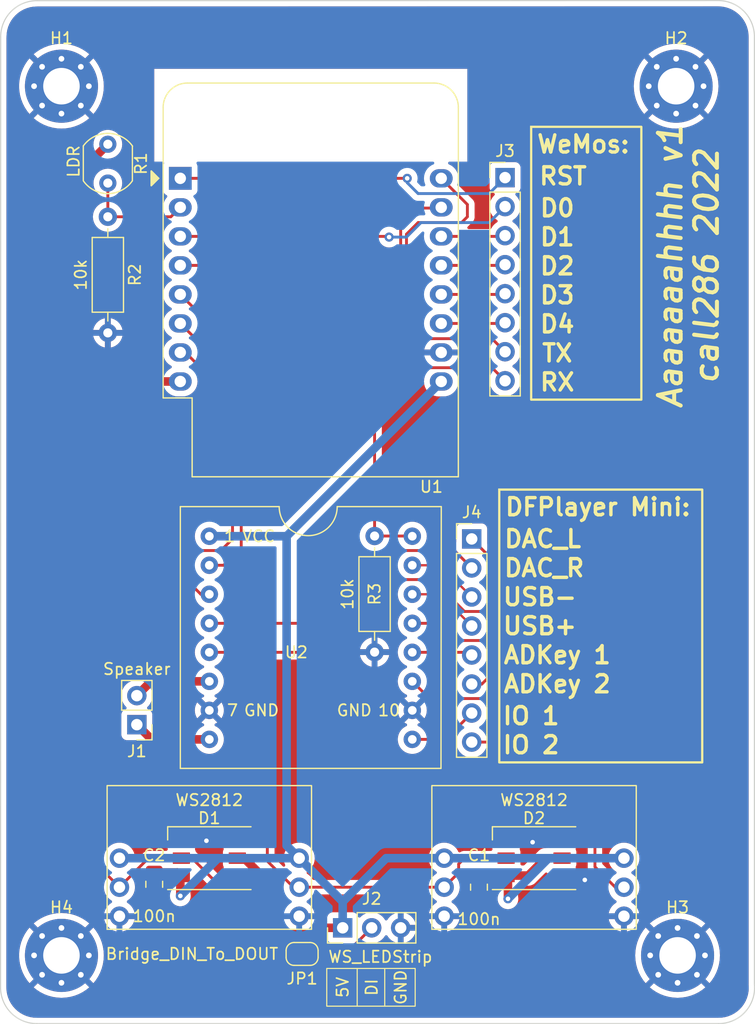
<source format=kicad_pcb>
(kicad_pcb (version 20211014) (generator pcbnew)
  (layers (0 "F.Cu" signal) (31 "B.Cu" signal) (34 "B.Paste" user) (35 "F.Paste" user) (36 "B.SilkS" user "B.Silkscreen") (37 "F.SilkS" user "F.Silkscreen") (38 "B.Mask" user) (39 "F.Mask" user) (44 "Edge.Cuts" user))
  (net 0 "")
  (net 1 "WS_DOut")
  (net 2 "WS_DIn")
  (net 3 "+5V")
  (net 5 "GND")
  (net 6 "unconnected-(D2-Pad1)")
  (net 8 "DF_SPK2")
  (net 9 "DF_SPK1")
  (net 10 "+3V3")
  (net 11 "A0")
  (net 12 "DF_Busy")
  (net 13 "RST")
  (net 14 "D0")
  (net 15 "DF_RX")
  (net 16 "DF_TX")
  (net 17 "D1")
  (net 18 "D2")
  (net 19 "D3")
  (net 20 "D4")
  (net 21 "TX")
  (net 22 "RX")
  (net 23 "DF_DAC_L")
  (net 24 "DF_DAC_R")
  (net 25 "DF_USB-")
  (net 26 "DF_USB+")
  (net 27 "DF_ADKEY2")
  (net 28 "DF_ADKEY1")
  (net 29 "DF_IO2")
  (net 30 "DF_IO1")
  (net 31 "WS_DInOut")
  (footprint "DCDModules:DFPlayer" (layer "F.Cu") (at 129.54 124.4779)
    (fp_text reference "U2" (at 0 10.16) (layer "F.SilkS"))
    (fp_text value "DFPlayerMini")
    (fp_text user "VCC" (at -3.302 0 unlocked) (layer "F.SilkS"))
    (fp_text user "GND" (at 5.08 15.24 unlocked) (layer "F.SilkS"))
    (fp_text user "1" (at -5.842 0 unlocked) (layer "F.SilkS"))
    (fp_text user "GND" (at -3.048 15.24 unlocked) (layer "F.SilkS"))
    (fp_text user "10" (at 8.128 15.24 unlocked) (layer "F.SilkS"))
    (fp_text user "7" (at -5.588 15.24 unlocked) (layer "F.SilkS"))
    (fp_line (start 12.7 -2.5908) (end 3.5814 -2.5908) (layer "F.SilkS") (width 0.12))
    (fp_line (start -10.16 20.32) (end 12.6746 20.32) (layer "F.SilkS") (width 0.12))
    (fp_line (start 12.6746 20.32) (end 12.7 -2.5908) (layer "F.SilkS") (width 0.12))
    (fp_line (start -1.4986 -2.5908) (end -10.16 -2.5908) (layer "F.SilkS") (width 0.12))
    (fp_line (start -10.16 -2.5908) (end -10.16 20.32) (layer "F.SilkS") (width 0.12))
    (fp_arc (start 3.5814 -2.5908) (mid 1.0414 -0.0508) (end -1.4986 -2.5908) (layer "F.SilkS") (width 0.12))
    (pad "1" thru_hole circle (at -7.62 0) (size 1.524 1.524) (drill 0.762) (layers *.Cu *.Mask) (net 3 "+5V"))
    (pad "2" thru_hole circle (at -7.62 2.54) (size 1.524 1.524) (drill 0.762) (layers *.Cu *.Mask) (net 15 "DF_RX"))
    (pad "3" thru_hole circle (at -7.62 5.08) (size 1.524 1.524) (drill 0.762) (layers *.Cu *.Mask) (net 16 "DF_TX"))
    (pad "4" thru_hole circle (at -7.62 7.62) (size 1.524 1.524) (drill 0.762) (layers *.Cu *.Mask) (net 24 "DF_DAC_R"))
    (pad "5" thru_hole circle (at -7.62 10.16) (size 1.524 1.524) (drill 0.762) (layers *.Cu *.Mask) (net 23 "DF_DAC_L"))
    (pad "6" thru_hole circle (at -7.62 12.7) (size 1.524 1.524) (drill 0.762) (layers *.Cu *.Mask) (net 9 "DF_SPK1"))
    (pad "7" thru_hole circle (at -7.62 15.24) (size 1.524 1.524) (drill 0.762) (layers *.Cu *.Mask) (net 5 "GND"))
    (pad "8" thru_hole circle (at -7.62 17.78) (size 1.524 1.524) (drill 0.762) (layers *.Cu *.Mask) (net 8 "DF_SPK2"))
    (pad "9" thru_hole circle (at 10.16 17.78) (size 1.524 1.524) (drill 0.762) (layers *.Cu *.Mask) (net 30 "DF_IO1"))
    (pad "10" thru_hole circle (at 10.16 15.24) (size 1.524 1.524) (drill 0.762) (layers *.Cu *.Mask) (net 5 "GND"))
    (pad "11" thru_hole circle (at 10.16 12.7) (size 1.524 1.524) (drill 0.762) (layers *.Cu *.Mask) (net 29 "DF_IO2"))
    (pad "12" thru_hole circle (at 10.16 10.16) (size 1.524 1.524) (drill 0.762) (layers *.Cu *.Mask) (net 28 "DF_ADKEY1"))
    (pad "13" thru_hole circle (at 10.16 7.62) (size 1.524 1.524) (drill 0.762) (layers *.Cu *.Mask) (net 27 "DF_ADKEY2"))
    (pad "14" thru_hole circle (at 10.16 5.08) (size 1.524 1.524) (drill 0.762) (layers *.Cu *.Mask) (net 26 "DF_USB+"))
    (pad "15" thru_hole circle (at 10.16 2.54) (size 1.524 1.524) (drill 0.762) (layers *.Cu *.Mask) (net 25 "DF_USB-"))
    (pad "16" thru_hole circle (at 10.16 0) (size 1.524 1.524) (drill 0.762) (layers *.Cu *.Mask) (net 12 "DF_Busy"))
  )
  (footprint "DCDModules:LED_WS2812+SMD" (layer "F.Cu") (at 121.92 152.654)
    (fp_text reference "D1" (at 0 -3.5) (layer "F.SilkS"))
    (fp_text value "WS2812" (at 0 -5.08) (layer "F.SilkS"))
    (fp_line (start -3.65 -2.75) (end 3.65 -2.75) (layer "F.SilkS") (width 0.12))
    (fp_line (start -3.65 2.75) (end 3.65 2.75) (layer "F.SilkS") (width 0.12))
    (fp_line (start -3.65 -1.6) (end -3.65 -2.75) (layer "F.SilkS") (width 0.12))
    (fp_rect (start -8.9535 6.223) (end 8.9535 -6.35) (layer "F.SilkS") (width 0.12) (fill none))
    (pad "1" thru_hole oval (at 7.874 2.54) (size 1.7 1.7) (drill 1) (layers *.Cu *.Mask) (net 1 "WS_DOut"))
    (pad "1" smd rect (at -2.45 -1.6) (size 1.5 1) (layers "F.Cu" "F.Paste" "F.Mask") (net 1 "WS_DOut"))
    (pad "2" thru_hole oval (at -7.874 2.54) (size 1.7 1.7) (drill 1) (layers *.Mask "F.Cu" "In1.Cu" "B.Cu") (net 2 "WS_DIn"))
    (pad "2" smd rect (at -2.45 0) (size 1.5 1) (layers "F.Cu" "F.Paste" "F.Mask") (net 2 "WS_DIn"))
    (pad "3" thru_hole oval (at -7.874 0) (size 1.7 1.7) (drill 1) (layers *.Mask "F.Cu" "In1.Cu" "B.Cu") (net 3 "+5V"))
    (pad "3" thru_hole oval (at 7.874 0) (size 1.7 1.7) (drill 1) (layers *.Mask "F.Cu" "In1.Cu" "B.Cu") (net 3 "+5V"))
    (pad "3" smd rect (at -2.45 1.6) (size 1.5 1) (layers "F.Cu" "F.Paste" "F.Mask") (net 3 "+5V"))
    (pad "4" smd rect (at 2.45 1.6) (size 1.5 1) (layers "F.Cu" "F.Paste" "F.Mask"))
    (pad "5" smd rect (at 2.45 0) (size 1.5 1) (layers "F.Cu" "F.Paste" "F.Mask") (net 3 "+5V"))
    (pad "6" thru_hole oval (at -7.874 5.08) (size 1.7 1.7) (drill 1) (layers *.Cu *.Mask) (net 5 "GND"))
    (pad "6" smd rect (at 2.45 -1.6) (size 1.5 1) (layers "F.Cu" "F.Paste" "F.Mask") (net 5 "GND"))
    (pad "6" thru_hole oval (at 7.874 5.08) (size 1.7 1.7) (drill 1) (layers *.Cu *.Mask) (net 5 "GND"))
  )
  (footprint "Module:WEMOS_D1_mini_light" (layer "F.Cu") (at 119.375 93.155)
    (fp_text reference "U1" (at 22 27) (layer "F.SilkS"))
    (fp_text value "WeMos_D1_mini")
    (fp_line (start 1.04 26.12) (end 24.36 26.12) (layer "F.SilkS") (width 0.12))
    (fp_line (start 24.36 26.12) (end 24.36 -6.21) (layer "F.SilkS") (width 0.12))
    (fp_line (start -1.5 19.22) (end -1.5 -6.21) (layer "F.SilkS") (width 0.12))
    (fp_line (start 22.24 -8.34) (end 0.63 -8.34) (layer "F.SilkS") (width 0.12))
    (fp_line (start 1.04 19.22) (end 1.04 26.12) (layer "F.SilkS") (width 0.12))
    (fp_line (start -1.5 19.22) (end 1.04 19.22) (layer "F.SilkS") (width 0.12))
    (fp_arc (start -1.5 -6.21) (mid -0.876137 -7.716137) (end 0.63 -8.34) (layer "F.SilkS") (width 0.12))
    (fp_arc (start 22.23 -8.34) (mid 23.736137 -7.716137) (end 24.36 -6.21) (layer "F.SilkS") (width 0.12))
    (fp_poly (pts (xy -2.54 -0.635) (xy -2.54 0.635) (xy -1.905 0)) (layer "F.SilkS") (width 0.15) (fill solid))
    (pad "1" thru_hole rect (at 0 0) (size 2 2) (drill 1) (layers *.Cu *.Mask) (net 13 "RST"))
    (pad "2" thru_hole oval (at 0 2.54) (size 2 1.6) (drill 1) (layers *.Cu *.Mask) (net 11 "A0"))
    (pad "3" thru_hole oval (at 0 5.08) (size 2 1.6) (drill 1) (layers *.Cu *.Mask) (net 14 "D0"))
    (pad "4" thru_hole oval (at 0 7.62) (size 2 1.6) (drill 1) (layers *.Cu *.Mask) (net 12 "DF_Busy"))
    (pad "5" thru_hole oval (at 0 10.16) (size 2 1.6) (drill 1) (layers *.Cu *.Mask) (net 15 "DF_RX"))
    (pad "6" thru_hole oval (at 0 12.7) (size 2 1.6) (drill 1) (layers *.Cu *.Mask) (net 16 "DF_TX"))
    (pad "7" thru_hole oval (at 0 15.24) (size 2 1.6) (drill 1) (layers *.Cu *.Mask) (net 2 "WS_DIn"))
    (pad "8" thru_hole oval (at 0 17.78) (size 2 1.6) (drill 1) (layers *.Cu *.Mask) (net 10 "+3V3"))
    (pad "9" thru_hole oval (at 22.86 17.78) (size 2 1.6) (drill 1) (layers *.Cu *.Mask) (net 3 "+5V"))
    (pad "10" thru_hole oval (at 22.86 15.24) (size 2 1.6) (drill 1) (layers *.Cu *.Mask) (net 5 "GND"))
    (pad "11" thru_hole oval (at 22.86 12.7) (size 2 1.6) (drill 1) (layers *.Cu *.Mask) (net 20 "D4"))
    (pad "12" thru_hole oval (at 22.86 10.16) (size 2 1.6) (drill 1) (layers *.Cu *.Mask) (net 19 "D3"))
    (pad "13" thru_hole oval (at 22.86 7.62) (size 2 1.6) (drill 1) (layers *.Cu *.Mask) (net 18 "D2"))
    (pad "14" thru_hole oval (at 22.86 5.08) (size 2 1.6) (drill 1) (layers *.Cu *.Mask) (net 17 "D1"))
    (pad "15" thru_hole oval (at 22.86 2.54) (size 2 1.6) (drill 1) (layers *.Cu *.Mask) (net 22 "RX"))
    (pad "16" thru_hole oval (at 22.86 0) (size 2 1.6) (drill 1) (layers *.Cu *.Mask) (net 21 "TX"))
  )
  (footprint "Connector_PinHeader_2.54mm:PinHeader_1x08_P2.54mm_Vertical" (layer "F.Cu") (at 144.907 124.714)
    (fp_text reference "J4" (at 0 -2.33) (layer "F.SilkS"))
    (fp_text value "DFPlayerMini_Breakout")
    (fp_line (start -1.33 -1.33) (end 0 -1.33) (layer "F.SilkS") (width 0.12))
    (fp_line (start -1.33 19.11) (end 1.33 19.11) (layer "F.SilkS") (width 0.12))
    (fp_line (start -1.33 0) (end -1.33 -1.33) (layer "F.SilkS") (width 0.12))
    (fp_line (start -1.33 1.27) (end -1.33 19.11) (layer "F.SilkS") (width 0.12))
    (fp_line (start 1.33 1.27) (end 1.33 19.11) (layer "F.SilkS") (width 0.12))
    (fp_line (start -1.33 1.27) (end 1.33 1.27) (layer "F.SilkS") (width 0.12))
    (pad "1" thru_hole rect (at 0 0) (size 1.7 1.7) (drill 1) (layers *.Cu *.Mask) (net 23 "DF_DAC_L"))
    (pad "2" thru_hole oval (at 0 2.54) (size 1.7 1.7) (drill 1) (layers *.Cu *.Mask) (net 24 "DF_DAC_R"))
    (pad "3" thru_hole oval (at 0 5.08) (size 1.7 1.7) (drill 1) (layers *.Cu *.Mask) (net 25 "DF_USB-"))
    (pad "4" thru_hole oval (at 0 7.62) (size 1.7 1.7) (drill 1) (layers *.Cu *.Mask) (net 26 "DF_USB+"))
    (pad "5" thru_hole oval (at 0 10.16) (size 1.7 1.7) (drill 1) (layers *.Cu *.Mask) (net 28 "DF_ADKEY1"))
    (pad "6" thru_hole oval (at 0 12.7) (size 1.7 1.7) (drill 1) (layers *.Cu *.Mask) (net 27 "DF_ADKEY2"))
    (pad "7" thru_hole oval (at 0 15.24) (size 1.7 1.7) (drill 1) (layers *.Cu *.Mask) (net 30 "DF_IO1"))
    (pad "8" thru_hole oval (at 0 17.78) (size 1.7 1.7) (drill 1) (layers *.Cu *.Mask) (net 29 "DF_IO2"))
  )
  (footprint "Resistor_THT:R_Axial_DIN0207_L6.3mm_D2.5mm_P10.16mm_Horizontal" (layer "F.Cu") (at 136.398 124.46 -90)
    (fp_text reference "R3" (at 5.08 0 90) (layer "F.SilkS"))
    (fp_text value "10k" (at 5.08 2.37 90) (layer "F.SilkS"))
    (fp_line (start 1.04 0) (end 1.81 0) (layer "F.SilkS") (width 0.12))
    (fp_line (start 8.35 -1.37) (end 1.81 -1.37) (layer "F.SilkS") (width 0.12))
    (fp_line (start 1.81 1.37) (end 8.35 1.37) (layer "F.SilkS") (width 0.12))
    (fp_line (start 8.35 1.37) (end 8.35 -1.37) (layer "F.SilkS") (width 0.12))
    (fp_line (start 9.12 0) (end 8.35 0) (layer "F.SilkS") (width 0.12))
    (fp_line (start 1.81 -1.37) (end 1.81 1.37) (layer "F.SilkS") (width 0.12))
    (pad "1" thru_hole circle (at 0 0 270) (size 1.6 1.6) (drill 0.8) (layers *.Cu *.Mask) (net 12 "DF_Busy"))
    (pad "2" thru_hole oval (at 10.16 0 270) (size 1.6 1.6) (drill 0.8) (layers *.Cu *.Mask) (net 5 "GND"))
  )
  (footprint "MountingHole:MountingHole_3.2mm_M3_Pad_Via" (layer "F.Cu") (at 162.941 161.163)
    (fp_text reference "H3" (at 0 -4.2) (layer "F.SilkS"))
    (fp_text value "MountingHole")
    (pad "1" thru_hole circle (at -2.4 0) (size 0.8 0.8) (drill 0.5) (layers *.Cu *.Mask) (net 5 "GND"))
    (pad "1" thru_hole circle (at 1.697056 1.697056) (size 0.8 0.8) (drill 0.5) (layers *.Cu *.Mask) (net 5 "GND"))
    (pad "1" thru_hole circle (at 1.697056 -1.697056) (size 0.8 0.8) (drill 0.5) (layers *.Cu *.Mask) (net 5 "GND"))
    (pad "1" thru_hole circle (at 0 0) (size 6.4 6.4) (drill 3.2) (layers *.Cu *.Mask) (net 5 "GND"))
    (pad "1" thru_hole circle (at -1.697056 -1.697056) (size 0.8 0.8) (drill 0.5) (layers *.Cu *.Mask) (net 5 "GND"))
    (pad "1" thru_hole circle (at 0 -2.4) (size 0.8 0.8) (drill 0.5) (layers *.Cu *.Mask) (net 5 "GND"))
    (pad "1" thru_hole circle (at 2.4 0) (size 0.8 0.8) (drill 0.5) (layers *.Cu *.Mask) (net 5 "GND"))
    (pad "1" thru_hole circle (at 0 2.4) (size 0.8 0.8) (drill 0.5) (layers *.Cu *.Mask) (net 5 "GND"))
    (pad "1" thru_hole circle (at -1.697056 1.697056) (size 0.8 0.8) (drill 0.5) (layers *.Cu *.Mask) (net 5 "GND"))
  )
  (footprint "Capacitor_SMD:C_0805_2012Metric_Pad1.18x1.45mm_HandSolder" (layer "F.Cu") (at 117.094 154.94 90)
    (fp_text reference "C2" (at 2.54 0 180) (layer "F.SilkS"))
    (fp_text value "100n" (at -2.794 0 180) (layer "F.SilkS"))
    (fp_line (start -0.261252 -0.735) (end 0.261252 -0.735) (layer "F.SilkS") (width 0.12))
    (fp_line (start -0.261252 0.735) (end 0.261252 0.735) (layer "F.SilkS") (width 0.12))
    (pad "1" smd roundrect (at -1.0375 0 90) (size 1.175 1.45) (layers "F.Cu" "F.Paste" "F.Mask") (roundrect_rratio 0.212766) (net 5 "GND"))
    (pad "2" smd roundrect (at 1.0375 0 90) (size 1.175 1.45) (layers "F.Cu" "F.Paste" "F.Mask") (roundrect_rratio 0.212766) (net 3 "+5V"))
  )
  (footprint "DCDModules:LED_WS2812+SMD" (layer "F.Cu") (at 150.368 152.654)
    (fp_text reference "D2" (at 0 -3.5) (layer "F.SilkS"))
    (fp_text value "WS2812" (at 0 -5.08) (layer "F.SilkS"))
    (fp_line (start -3.65 -2.75) (end 3.65 -2.75) (layer "F.SilkS") (width 0.12))
    (fp_line (start -3.65 2.75) (end 3.65 2.75) (layer "F.SilkS") (width 0.12))
    (fp_line (start -3.65 -1.6) (end -3.65 -2.75) (layer "F.SilkS") (width 0.12))
    (fp_rect (start -8.9535 6.223) (end 8.9535 -6.35) (layer "F.SilkS") (width 0.12) (fill none))
    (pad "1" smd rect (at -2.45 -1.6) (size 1.5 1) (layers "F.Cu" "F.Paste" "F.Mask") (net 6 "unconnected-(D2-Pad1)"))
    (pad "1" thru_hole oval (at 7.874 2.54) (size 1.7 1.7) (drill 1) (layers *.Cu *.Mask) (net 6 "unconnected-(D2-Pad1)"))
    (pad "2" smd rect (at -2.45 0) (size 1.5 1) (layers "F.Cu" "F.Paste" "F.Mask") (net 1 "WS_DOut"))
    (pad "2" thru_hole oval (at -7.874 2.54) (size 1.7 1.7) (drill 1) (layers *.Mask "F.Cu" "In1.Cu" "B.Cu") (net 1 "WS_DOut"))
    (pad "3" smd rect (at -2.45 1.6) (size 1.5 1) (layers "F.Cu" "F.Paste" "F.Mask") (net 3 "+5V"))
    (pad "3" thru_hole oval (at 7.874 0) (size 1.7 1.7) (drill 1) (layers *.Mask "F.Cu" "In1.Cu" "B.Cu") (net 3 "+5V"))
    (pad "3" thru_hole oval (at -7.874 0) (size 1.7 1.7) (drill 1) (layers *.Mask "F.Cu" "In1.Cu" "B.Cu") (net 3 "+5V"))
    (pad "4" smd rect (at 2.45 1.6) (size 1.5 1) (layers "F.Cu" "F.Paste" "F.Mask"))
    (pad "5" smd rect (at 2.45 0) (size 1.5 1) (layers "F.Cu" "F.Paste" "F.Mask") (net 3 "+5V"))
    (pad "6" thru_hole oval (at -7.874 5.08) (size 1.7 1.7) (drill 1) (layers *.Cu *.Mask) (net 5 "GND"))
    (pad "6" thru_hole oval (at 7.874 5.08) (size 1.7 1.7) (drill 1) (layers *.Cu *.Mask) (net 5 "GND"))
    (pad "6" smd rect (at 2.45 -1.6) (size 1.5 1) (layers "F.Cu" "F.Paste" "F.Mask") (net 5 "GND"))
  )
  (footprint "Connector_PinHeader_2.54mm:PinHeader_1x08_P2.54mm_Vertical" (layer "F.Cu") (at 147.828 93.091)
    (fp_text reference "J3" (at 0 -2.33) (layer "F.SilkS"))
    (fp_text value "WeMos_D1_Breakout")
    (fp_line (start 1.33 1.27) (end 1.33 19.11) (layer "F.SilkS") (width 0.12))
    (fp_line (start -1.33 1.27) (end 1.33 1.27) (layer "F.SilkS") (width 0.12))
    (fp_line (start -1.33 0) (end -1.33 -1.33) (layer "F.SilkS") (width 0.12))
    (fp_line (start -1.33 -1.33) (end 0 -1.33) (layer "F.SilkS") (width 0.12))
    (fp_line (start -1.33 19.11) (end 1.33 19.11) (layer "F.SilkS") (width 0.12))
    (fp_line (start -1.33 1.27) (end -1.33 19.11) (layer "F.SilkS") (width 0.12))
    (pad "1" thru_hole rect (at 0 0) (size 1.7 1.7) (drill 1) (layers *.Cu *.Mask) (net 13 "RST"))
    (pad "2" thru_hole oval (at 0 2.54) (size 1.7 1.7) (drill 1) (layers *.Cu *.Mask) (net 14 "D0"))
    (pad "3" thru_hole oval (at 0 5.08) (size 1.7 1.7) (drill 1) (layers *.Cu *.Mask) (net 17 "D1"))
    (pad "4" thru_hole oval (at 0 7.62) (size 1.7 1.7) (drill 1) (layers *.Cu *.Mask) (net 18 "D2"))
    (pad "5" thru_hole oval (at 0 10.16) (size 1.7 1.7) (drill 1) (layers *.Cu *.Mask) (net 19 "D3"))
    (pad "6" thru_hole oval (at 0 12.7) (size 1.7 1.7) (drill 1) (layers *.Cu *.Mask) (net 20 "D4"))
    (pad "7" thru_hole oval (at 0 15.24) (size 1.7 1.7) (drill 1) (layers *.Cu *.Mask) (net 21 "TX"))
    (pad "8" thru_hole oval (at 0 17.78) (size 1.7 1.7) (drill 1) (layers *.Cu *.Mask) (net 22 "RX"))
  )
  (footprint "OptoDevice:R_LDR_5.1x4.3mm_P3.4mm_Vertical" (layer "F.Cu") (at 113.03 90.17 -90)
    (fp_text reference "R1" (at 1.7 -2.9 90) (layer "F.SilkS"))
    (fp_text value "LDR" (at 1.5 3 90) (layer "F.SilkS"))
    (fp_line (start 0.15 -2.15) (end 3.2 -2.15) (layer "F.SilkS") (width 0.12))
    (fp_line (start 0.15 2.15) (end 3.2 2.15) (layer "F.SilkS") (width 0.12))
    (fp_arc (start 0.15 2.15) (mid -0.950438 -0.013368) (end 0.171766 -2.165525) (layer "F.SilkS") (width 0.12))
    (fp_arc (start 3.2 -2.15) (mid 4.321403 -0.027338) (end 3.244513 2.118249) (layer "F.SilkS") (width 0.12))
    (pad "1" thru_hole circle (at 0 0 270) (size 1.5 1.5) (drill 0.8) (layers *.Cu *.Mask) (net 10 "+3V3"))
    (pad "2" thru_hole circle (at 3.4 0 270) (size 1.5 1.5) (drill 0.8) (layers *.Cu *.Mask) (net 11 "A0"))
  )
  (footprint "Connector_PinHeader_2.54mm:PinHeader_1x03_P2.54mm_Vertical" (layer "F.Cu") (at 133.604 158.75 90)
    (fp_text reference "J2" (at 2.54 2.54 180) (layer "F.SilkS"))
    (fp_text value "WS_LEDStrip" (at -2.54 3.302 180) (layer "F.SilkS"))
    (fp_line (start -1.33 1.27) (end -1.33 6.41) (layer "F.SilkS") (width 0.12))
    (fp_line (start -1.33 0) (end -1.33 -1.33) (layer "F.SilkS") (width 0.12))
    (fp_line (start -1.33 6.41) (end 1.33 6.41) (layer "F.SilkS") (width 0.12))
    (fp_line (start -1.33 -1.33) (end 0 -1.33) (layer "F.SilkS") (width 0.12))
    (fp_line (start 1.33 1.27) (end 1.33 6.41) (layer "F.SilkS") (width 0.12))
    (fp_line (start -1.33 1.27) (end 1.33 1.27) (layer "F.SilkS") (width 0.12))
    (pad "1" thru_hole rect (at 0 0 90) (size 1.7 1.7) (drill 1) (layers *.Cu *.Mask) (net 3 "+5V"))
    (pad "2" thru_hole oval (at 0 2.54 90) (size 1.7 1.7) (drill 1) (layers *.Cu *.Mask) (net 31 "WS_DInOut"))
    (pad "3" thru_hole oval (at 0 5.08 90) (size 1.7 1.7) (drill 1) (layers *.Cu *.Mask) (net 5 "GND"))
  )
  (footprint "MountingHole:MountingHole_3.2mm_M3_Pad_Via" (layer "F.Cu") (at 108.966 161.163)
    (fp_text reference "H4" (at 0 -4.2) (layer "F.SilkS"))
    (fp_text value "MountingHole")
    (pad "1" thru_hole circle (at 0 -2.4) (size 0.8 0.8) (drill 0.5) (layers *.Cu *.Mask) (net 5 "GND"))
    (pad "1" thru_hole circle (at -1.697056 1.697056) (size 0.8 0.8) (drill 0.5) (layers *.Cu *.Mask) (net 5 "GND"))
    (pad "1" thru_hole circle (at 1.697056 -1.697056) (size 0.8 0.8) (drill 0.5) (layers *.Cu *.Mask) (net 5 "GND"))
    (pad "1" thru_hole circle (at -2.4 0) (size 0.8 0.8) (drill 0.5) (layers *.Cu *.Mask) (net 5 "GND"))
    (pad "1" thru_hole circle (at 0 2.4) (size 0.8 0.8) (drill 0.5) (layers *.Cu *.Mask) (net 5 "GND"))
    (pad "1" thru_hole circle (at -1.697056 -1.697056) (size 0.8 0.8) (drill 0.5) (layers *.Cu *.Mask) (net 5 "GND"))
    (pad "1" thru_hole circle (at 1.697056 1.697056) (size 0.8 0.8) (drill 0.5) (layers *.Cu *.Mask) (net 5 "GND"))
    (pad "1" thru_hole circle (at 0 0) (size 6.4 6.4) (drill 3.2) (layers *.Cu *.Mask) (net 5 "GND"))
    (pad "1" thru_hole circle (at 2.4 0) (size 0.8 0.8) (drill 0.5) (layers *.Cu *.Mask) (net 5 "GND"))
  )
  (footprint "MountingHole:MountingHole_3.2mm_M3_Pad_Via" (layer "F.Cu") (at 108.966 85.09)
    (fp_text reference "H1" (at 0 -4.2) (layer "F.SilkS"))
    (fp_text value "MountingHole")
    (pad "1" thru_hole circle (at -1.697056 -1.697056) (size 0.8 0.8) (drill 0.5) (layers *.Cu *.Mask) (net 5 "GND"))
    (pad "1" thru_hole circle (at -1.697056 1.697056) (size 0.8 0.8) (drill 0.5) (layers *.Cu *.Mask) (net 5 "GND"))
    (pad "1" thru_hole circle (at 2.4 0) (size 0.8 0.8) (drill 0.5) (layers *.Cu *.Mask) (net 5 "GND"))
    (pad "1" thru_hole circle (at 0 -2.4) (size 0.8 0.8) (drill 0.5) (layers *.Cu *.Mask) (net 5 "GND"))
    (pad "1" thru_hole circle (at 1.697056 -1.697056) (size 0.8 0.8) (drill 0.5) (layers *.Cu *.Mask) (net 5 "GND"))
    (pad "1" thru_hole circle (at -2.4 0) (size 0.8 0.8) (drill 0.5) (layers *.Cu *.Mask) (net 5 "GND"))
    (pad "1" thru_hole circle (at 0 0) (size 6.4 6.4) (drill 3.2) (layers *.Cu *.Mask) (net 5 "GND"))
    (pad "1" thru_hole circle (at 0 2.4) (size 0.8 0.8) (drill 0.5) (layers *.Cu *.Mask) (net 5 "GND"))
    (pad "1" thru_hole circle (at 1.697056 1.697056) (size 0.8 0.8) (drill 0.5) (layers *.Cu *.Mask) (net 5 "GND"))
  )
  (footprint "Resistor_THT:R_Axial_DIN0207_L6.3mm_D2.5mm_P10.16mm_Horizontal" (layer "F.Cu") (at 113.03 96.52 -90)
    (fp_text reference "R2" (at 5.08 -2.37 90) (layer "F.SilkS"))
    (fp_text value "10k" (at 5.08 2.37 90) (layer "F.SilkS"))
    (fp_line (start 8.35 -1.37) (end 1.81 -1.37) (layer "F.SilkS") (width 0.12))
    (fp_line (start 1.04 0) (end 1.81 0) (layer "F.SilkS") (width 0.12))
    (fp_line (start 8.35 1.37) (end 8.35 -1.37) (layer "F.SilkS") (width 0.12))
    (fp_line (start 9.12 0) (end 8.35 0) (layer "F.SilkS") (width 0.12))
    (fp_line (start 1.81 1.37) (end 8.35 1.37) (layer "F.SilkS") (width 0.12))
    (fp_line (start 1.81 -1.37) (end 1.81 1.37) (layer "F.SilkS") (width 0.12))
    (pad "1" thru_hole circle (at 0 0 270) (size 1.6 1.6) (drill 0.8) (layers *.Cu *.Mask) (net 11 "A0"))
    (pad "2" thru_hole oval (at 10.16 0 270) (size 1.6 1.6) (drill 0.8) (layers *.Cu *.Mask) (net 5 "GND"))
  )
  (footprint "Capacitor_SMD:C_0805_2012Metric_Pad1.18x1.45mm_HandSolder" (layer "F.Cu") (at 145.542 155.194 90)
    (fp_text reference "C1" (at 2.794 0 180) (layer "F.SilkS"))
    (fp_text value "100n" (at -2.794 0 180) (layer "F.SilkS"))
    (fp_line (start -0.261252 0.735) (end 0.261252 0.735) (layer "F.SilkS") (width 0.12))
    (fp_line (start -0.261252 -0.735) (end 0.261252 -0.735) (layer "F.SilkS") (width 0.12))
    (pad "1" smd roundrect (at -1.0375 0 90) (size 1.175 1.45) (layers "F.Cu" "F.Paste" "F.Mask") (roundrect_rratio 0.212766) (net 5 "GND"))
    (pad "2" smd roundrect (at 1.0375 0 90) (size 1.175 1.45) (layers "F.Cu" "F.Paste" "F.Mask") (roundrect_rratio 0.212766) (net 3 "+5V"))
  )
  (footprint "Jumper:SolderJumper-2_P1.3mm_Open_RoundedPad1.0x1.5mm" (layer "F.Cu") (at 130.048 161.036)
    (fp_text reference "JP1" (at 0 2.159) (layer "F.SilkS"))
    (fp_text value "Bridge_DIN_To_DOUT" (at -9.652 0) (layer "F.SilkS"))
    (fp_line (start 1.4 -0.3) (end 1.4 0.3) (layer "F.SilkS") (width 0.12))
    (fp_line (start 0.7 1) (end -0.7 1) (layer "F.SilkS") (width 0.12))
    (fp_line (start -0.7 -1) (end 0.7 -1) (layer "F.SilkS") (width 0.12))
    (fp_line (start -1.4 0.3) (end -1.4 -0.3) (layer "F.SilkS") (width 0.12))
    (fp_arc (start 1.4 0.3) (mid 1.194975 0.794975) (end 0.7 1) (layer "F.SilkS") (width 0.12))
    (fp_arc (start -0.7 1) (mid -1.194975 0.794975) (end -1.4 0.3) (layer "F.SilkS") (width 0.12))
    (fp_arc (start -1.4 -0.3) (mid -1.194975 -0.794975) (end -0.7 -1) (layer "F.SilkS") (width 0.12))
    (fp_arc (start 0.7 -1) (mid 1.194975 -0.794975) (end 1.4 -0.3) (layer "F.SilkS") (width 0.12))
    (pad "1" smd custom (at -0.65 0) (size 1 0.5) (layers "F.Cu" "F.Mask") (net 2 "WS_DIn") (options (clearance outline) (anchor rect)) (primitives (gr_circle (center 0 0.25) (end 0.5 0.25) (width 0) (fill yes)) (gr_circle (center 0 -0.25) (end 0.5 -0.25) (width 0) (fill yes)) (gr_poly (pts (xy 0.5 0.75) (xy 0 0.75) (xy 0 -0.75) (xy 0.5 -0.75)) (width 0) (fill yes))))
    (pad "2" smd custom (at 0.65 0) (size 1 0.5) (layers "F.Cu" "F.Mask") (net 31 "WS_DInOut") (options (clearance outline) (anchor rect)) (primitives (gr_circle (center 0 0.25) (end 0.5 0.25) (width 0) (fill yes)) (gr_circle (center 0 -0.25) (end 0.5 -0.25) (width 0) (fill yes)) (gr_poly (pts (xy 0 0.75) (xy -0.5 0.75) (xy -0.5 -0.75) (xy 0 -0.75)) (width 0) (fill yes))))
  )
  (footprint "MountingHole:MountingHole_3.2mm_M3_Pad_Via" (layer "F.Cu") (at 162.814 85.09)
    (fp_text reference "H2" (at 0 -4.2) (layer "F.SilkS"))
    (fp_text value "MountingHole")
    (pad "1" thru_hole circle (at 2.4 0) (size 0.8 0.8) (drill 0.5) (layers *.Cu *.Mask) (net 5 "GND"))
    (pad "1" thru_hole circle (at 0 0) (size 6.4 6.4) (drill 3.2) (layers *.Cu *.Mask) (net 5 "GND"))
    (pad "1" thru_hole circle (at 1.697056 1.697056) (size 0.8 0.8) (drill 0.5) (layers *.Cu *.Mask) (net 5 "GND"))
    (pad "1" thru_hole circle (at 0 -2.4) (size 0.8 0.8) (drill 0.5) (layers *.Cu *.Mask) (net 5 "GND"))
    (pad "1" thru_hole circle (at 1.697056 -1.697056) (size 0.8 0.8) (drill 0.5) (layers *.Cu *.Mask) (net 5 "GND"))
    (pad "1" thru_hole circle (at -1.697056 1.697056) (size 0.8 0.8) (drill 0.5) (layers *.Cu *.Mask) (net 5 "GND"))
    (pad "1" thru_hole circle (at 0 2.4) (size 0.8 0.8) (drill 0.5) (layers *.Cu *.Mask) (net 5 "GND"))
    (pad "1" thru_hole circle (at -2.4 0) (size 0.8 0.8) (drill 0.5) (layers *.Cu *.Mask) (net 5 "GND"))
    (pad "1" thru_hole circle (at -1.697056 -1.697056) (size 0.8 0.8) (drill 0.5) (layers *.Cu *.Mask) (net 5 "GND"))
  )
  (footprint "Connector_PinHeader_2.54mm:PinHeader_1x02_P2.54mm_Vertical" (layer "F.Cu") (at 115.57 140.97 180)
    (fp_text reference "J1" (at 0 -2.33) (layer "F.SilkS"))
    (fp_text value "Speaker" (at 0 4.87) (layer "F.SilkS"))
    (fp_line (start -1.33 1.27) (end -1.33 3.87) (layer "F.SilkS") (width 0.12))
    (fp_line (start 1.33 1.27) (end 1.33 3.87) (layer "F.SilkS") (width 0.12))
    (fp_line (start -1.33 1.27) (end 1.33 1.27) (layer "F.SilkS") (width 0.12))
    (fp_line (start -1.33 -1.33) (end 0 -1.33) (layer "F.SilkS") (width 0.12))
    (fp_line (start -1.33 0) (end -1.33 -1.33) (layer "F.SilkS") (width 0.12))
    (fp_line (start -1.33 3.87) (end 1.33 3.87) (layer "F.SilkS") (width 0.12))
    (pad "1" thru_hole rect (at 0 0 180) (size 1.7 1.7) (drill 1) (layers *.Cu *.Mask) (net 8 "DF_SPK2"))
    (pad "2" thru_hole oval (at 0 2.54 180) (size 1.7 1.7) (drill 1) (layers *.Cu *.Mask) (net 9 "DF_SPK1"))
  )
  (gr_line (start 134.874 162.306) (end 134.874 165.608) (layer "F.SilkS") (width 0.1))
  (gr_rect (start 150.114 88.646) (end 159.766 112.522) (layer "F.SilkS") (width 0.2) (fill none))
  (gr_line (start 137.287 162.306) (end 137.287 165.608) (layer "F.SilkS") (width 0.1))
  (gr_rect (start 147.32 120.396) (end 165.1 144.272) (layer "F.SilkS") (width 0.2) (fill none))
  (gr_rect (start 132.207 162.306) (end 139.954 165.608) (layer "F.SilkS") (width 0.1) (fill none))
  (gr_line (start 103.6426 80.7826) (end 103.632 163.956311) (layer "Edge.Cuts") (width 0.1))
  (gr_arc (start 169.672 163.703) (mid 168.861781 166.111127) (end 166.534819 167.131311) (layer "Edge.Cuts") (width 0.1))
  (gr_arc (start 103.6426 80.7826) (mid 104.569419 78.534419) (end 106.8176 77.6076) (layer "Edge.Cuts") (width 0.1))
  (gr_line (start 166.497 77.597) (end 106.8176 77.6076) (layer "Edge.Cuts") (width 0.1))
  (gr_arc (start 166.497 77.597) (mid 168.745181 78.523819) (end 169.672 80.772) (layer "Edge.Cuts") (width 0.1))
  (gr_line (start 169.672 80.772) (end 169.672 163.703) (layer "Edge.Cuts") (width 0.1))
  (gr_arc (start 106.807 167.131311) (mid 104.558819 166.204492) (end 103.632 163.956311) (layer "Edge.Cuts") (width 0.1))
  (gr_line (start 106.807 167.131311) (end 166.534819 167.131311) (layer "Edge.Cuts") (width 0.1))
  (gr_text "TX" (at 152.4 108.458) (layer "F.SilkS") (effects (font (size 1.5 1.5) (thickness 0.3))))
  (gr_text "DI" (at 136.144 163.957 90) (layer "F.SilkS") (effects (font (size 1 1))))
  (gr_text "5V" (at 133.604 163.957 90) (layer "F.SilkS") (effects (font (size 1 1))))
  (gr_text "IO 1" (at 150.114 140.208) (layer "F.SilkS") (effects (font (size 1.5 1.5) (thickness 0.3))))
  (gr_text "DAC_R" (at 151.257 127.254) (layer "F.SilkS") (effects (font (size 1.5 1.5) (thickness 0.3))))
  (gr_text "D1" (at 152.4 98.298) (layer "F.SilkS") (effects (font (size 1.5 1.5) (thickness 0.3))))
  (gr_text "D0" (at 152.4 95.758) (layer "F.SilkS") (effects (font (size 1.5 1.5) (thickness 0.3))))
  (gr_text "GND" (at 138.684 163.957 90) (layer "F.SilkS") (effects (font (size 1 1))))
  (gr_text "ADKey 1" (at 152.4 134.874) (layer "F.SilkS") (effects (font (size 1.5 1.5) (thickness 0.3))))
  (gr_text "DAC_L" (at 151.13 124.714) (layer "F.SilkS") (effects (font (size 1.5 1.5) (thickness 0.3))))
  (gr_text "RX" (at 152.4 110.998) (layer "F.SilkS") (effects (font (size 1.5 1.5) (thickness 0.3))))
  (gr_text "D4" (at 152.4 105.918) (layer "F.SilkS") (effects (font (size 1.5 1.5) (thickness 0.3))))
  (gr_text "WeMos:" (at 154.686 90.17) (layer "F.SilkS") (effects (font (size 1.5 1.5) (thickness 0.3))))
  (gr_text "D2" (at 152.4 100.838) (layer "F.SilkS") (effects (font (size 1.5 1.5) (thickness 0.3))))
  (gr_text "USB+" (at 150.876 132.334) (layer "F.SilkS") (effects (font (size 1.5 1.5) (thickness 0.3))))
  (gr_text "DFPlayer Mini:" (at 155.956 121.92) (layer "F.SilkS") (effects (font (size 1.5 1.5) (thickness 0.3))))
  (gr_text "ADKey 2" (at 152.4 137.414) (layer "F.SilkS") (effects (font (size 1.5 1.5) (thickness 0.3))))
  (gr_text "RST" (at 152.908 92.964) (layer "F.SilkS") (effects (font (size 1.5 1.5) (thickness 0.3))))
  (gr_text "USB-" (at 150.876 129.794) (layer "F.SilkS") (effects (font (size 1.5 1.5) (thickness 0.3))))
  (gr_text "call286 2022" (at 165.481 100.838 90) (layer "F.SilkS") (effects (font (size 2 2) (thickness 0.35) italic)))
  (gr_text "D3" (at 152.4 103.378) (layer "F.SilkS") (effects (font (size 1.5 1.5) (thickness 0.3))))
  (gr_text "Aaaaaaahhhh v1" (at 162.306 100.838 90) (layer "F.SilkS") (effects (font (size 2 2) (thickness 0.35) italic)))
  (gr_text "IO 2" (at 150.114 142.748) (layer "F.SilkS") (effects (font (size 1.5 1.5) (thickness 0.3))))
  (segment (start 127 152.908) (end 129.286 155.194) (width 0.25) (layer "F.Cu") (net 1))
  (segment (start 129.794 155.194) (end 142.494 155.194) (width 0.25) (layer "F.Cu") (net 1))
  (segment (start 119.47 151.054) (end 121.172 149.352) (width 0.25) (layer "F.Cu") (net 1))
  (segment (start 143.764 153.162) (end 144.272 152.654) (width 0.25) (layer "F.Cu") (net 1))
  (segment (start 129.286 155.194) (end 129.794 155.194) (width 0.25) (layer "F.Cu") (net 1))
  (segment (start 121.172 149.352) (end 124.968 149.352) (width 0.25) (layer "F.Cu") (net 1))
  (segment (start 144.272 152.654) (end 147.918 152.654) (width 0.25) (layer "F.Cu") (net 1))
  (segment (start 142.494 155.194) (end 143.764 153.924) (width 0.25) (layer "F.Cu") (net 1))
  (segment (start 143.764 153.924) (end 143.764 153.162) (width 0.25) (layer "F.Cu") (net 1))
  (segment (start 127 151.384) (end 127 152.908) (width 0.25) (layer "F.Cu") (net 1))
  (segment (start 124.968 149.352) (end 127 151.384) (width 0.25) (layer "F.Cu") (net 1))
  (segment (start 121.92 110.49) (end 121.92 121.666) (width 0.25) (layer "F.Cu") (net 2))
  (segment (start 119.825 108.395) (end 121.92 110.49) (width 0.25) (layer "F.Cu") (net 2))
  (segment (start 120.396 152.654) (end 128.778 161.036) (width 0.25) (layer "F.Cu") (net 2))
  (segment (start 119.47 152.654) (end 120.396 152.654) (width 0.25) (layer "F.Cu") (net 2))
  (segment (start 128.778 161.036) (end 129.54 161.036) (width 0.25) (layer "F.Cu") (net 2))
  (segment (start 114.046 155.194) (end 116.586 152.654) (width 0.25) (layer "F.Cu") (net 2))
  (segment (start 111.252 152.4) (end 114.046 155.194) (width 0.25) (layer "F.Cu") (net 2))
  (segment (start 116.586 152.654) (end 119.47 152.654) (width 0.25) (layer "F.Cu") (net 2))
  (segment (start 121.92 121.666) (end 111.252 132.334) (width 0.25) (layer "F.Cu") (net 2))
  (segment (start 119.375 108.395) (end 119.825 108.395) (width 0.25) (layer "F.Cu") (net 2))
  (segment (start 111.252 132.334) (end 111.252 152.4) (width 0.25) (layer "F.Cu") (net 2))
  (segment (start 128.778 159.258) (end 126.238 156.718) (width 0.75) (layer "F.Cu") (net 3))
  (segment (start 119.38 154.344) (end 119.47 154.254) (width 0.75) (layer "F.Cu") (net 3))
  (segment (start 148.082 154.418) (end 147.918 154.254) (width 0.75) (layer "F.Cu") (net 3))
  (segment (start 147.994 154.178) (end 149.86 154.178) (width 0.75) (layer "F.Cu") (net 3))
  (segment (start 126.238 153.924) (end 124.968 152.654) (width 0.75) (layer "F.Cu") (net 3))
  (segment (start 119.38 155.956) (end 119.38 154.344) (width 0.75) (layer "F.Cu") (net 3))
  (segment (start 124.968 152.654) (end 124.37 152.654) (width 0.75) (layer "F.Cu") (net 3))
  (segment (start 148.082 156.21) (end 148.082 154.418) (width 0.75) (layer "F.Cu") (net 3))
  (segment (start 149.86 154.178) (end 151.384 152.654) (width 0.75) (layer "F.Cu") (net 3))
  (segment (start 147.918 154.254) (end 145.6395 154.254) (width 0.75) (layer "F.Cu") (net 3))
  (segment (start 147.918 154.254) (end 147.994 154.178) (width 0.75) (layer "F.Cu") (net 3))
  (segment (start 133.604 158.75) (end 131.572 158.75) (width 0.75) (layer "F.Cu") (net 3))
  (segment (start 119.1185 153.9025) (end 119.47 154.254) (width 0.75) (layer "F.Cu") (net 3))
  (segment (start 151.384 152.654) (end 152.818 152.654) (width 0.75) (layer "F.Cu") (net 3))
  (segment (start 131.572 158.75) (end 131.064 159.258) (width 0.75) (layer "F.Cu") (net 3))
  (segment (start 117.094 153.9025) (end 119.1185 153.9025) (width 0.75) (layer "F.Cu") (net 3))
  (segment (start 126.238 156.718) (end 126.238 153.924) (width 0.75) (layer "F.Cu") (net 3))
  (segment (start 145.6395 154.254) (end 145.542 154.1565) (width 0.75) (layer "F.Cu") (net 3))
  (segment (start 131.064 159.258) (end 128.778 159.258) (width 0.75) (layer "F.Cu") (net 3))
  (via (at 148.082 156.21) (size 0.8) (drill 0.4) (layers "F.Cu" "B.Cu") (net 3))
  (via (at 119.38 155.956) (size 0.8) (drill 0.4) (layers "F.Cu" "B.Cu") (net 3))
  (segment (start 128.6921 124.4779) (end 128.6921 151.5521) (width 0.75) (layer "B.Cu") (net 3))
  (segment (start 128.6921 151.5521) (end 129.794 152.654) (width 0.75) (layer "B.Cu") (net 3))
  (segment (start 129.794 152.654) (end 122.682 152.654) (width 0.75) (layer "B.Cu") (net 3))
  (segment (start 148.082 156.21) (end 151.638 152.654) (width 0.75) (layer "B.Cu") (net 3))
  (segment (start 133.604 156.464) (end 133.604 158.75) (width 0.75) (layer "B.Cu") (net 3))
  (segment (start 142.494 152.654) (end 151.892 152.654) (width 0.75) (layer "B.Cu") (net 3))
  (segment (start 119.38 155.956) (end 122.682 152.654) (width 0.75) (layer "B.Cu") (net 3))
  (segment (start 151.638 152.654) (end 151.892 152.654) (width 0.75) (layer "B.Cu") (net 3))
  (segment (start 151.892 152.654) (end 158.242 152.654) (width 0.75) (layer "B.Cu") (net 3))
  (segment (start 137.414 152.654) (end 142.494 152.654) (width 0.75) (layer "B.Cu") (net 3))
  (segment (start 121.92 124.4779) (end 128.6921 124.4779) (width 0.75) (layer "B.Cu") (net 3))
  (segment (start 128.6921 124.4779) (end 142.235 110.935) (width 0.75) (layer "B.Cu") (net 3))
  (segment (start 133.604 156.464) (end 137.414 152.654) (width 0.75) (layer "B.Cu") (net 3))
  (segment (start 129.794 152.654) (end 133.604 156.464) (width 0.75) (layer "B.Cu") (net 3))
  (segment (start 122.682 152.654) (end 114.046 152.654) (width 0.75) (layer "B.Cu") (net 3))
  (via (at 150.241 151.257) (size 0.8) (drill 0.4) (layers "F.Cu" "B.Cu") (net 5))
  (via (at 154.813 154.559) (size 0.8) (drill 0.4) (layers "F.Cu" "B.Cu") (net 5))
  (via (at 121.666 151.13) (size 0.8) (drill 0.4) (layers "F.Cu" "B.Cu") (net 5))
  (segment (start 155.702 153.416) (end 157.48 155.194) (width 0.25) (layer "F.Cu") (net 6))
  (segment (start 154.559 149.352) (end 155.702 150.495) (width 0.25) (layer "F.Cu") (net 6))
  (segment (start 157.48 155.194) (end 158.242 155.194) (width 0.25) (layer "F.Cu") (net 6))
  (segment (start 149.62 149.352) (end 154.559 149.352) (width 0.25) (layer "F.Cu") (net 6))
  (segment (start 155.702 150.495) (end 155.702 153.416) (width 0.25) (layer "F.Cu") (net 6))
  (segment (start 147.918 151.054) (end 149.62 149.352) (width 0.25) (layer "F.Cu") (net 6))
  (segment (start 116.8579 142.2579) (end 115.57 140.97) (width 0.75) (layer "F.Cu") (net 8))
  (segment (start 121.92 142.2579) (end 116.8579 142.2579) (width 0.75) (layer "F.Cu") (net 8))
  (segment (start 121.92 137.1779) (end 116.8221 137.1779) (width 0.75) (layer "F.Cu") (net 9))
  (segment (start 116.8221 137.1779) (end 115.57 138.43) (width 0.75) (layer "F.Cu") (net 9))
  (segment (start 109.22 93.98) (end 109.22 108.966) (width 0.75) (layer "F.Cu") (net 10))
  (segment (start 113.03 90.17) (end 109.22 93.98) (width 0.75) (layer "F.Cu") (net 10))
  (segment (start 111.189 110.935) (end 119.375 110.935) (width 0.75) (layer "F.Cu") (net 10))
  (segment (start 109.22 108.966) (end 111.189 110.935) (width 0.75) (layer "F.Cu") (net 10))
  (segment (start 118.55 96.52) (end 119.375 95.695) (width 0.25) (layer "F.Cu") (net 11))
  (segment (start 113.03 96.52) (end 118.55 96.52) (width 0.25) (layer "F.Cu") (net 11))
  (segment (start 113.03 93.57) (end 113.03 96.52) (width 0.25) (layer "F.Cu") (net 11))
  (segment (start 134.557 100.775) (end 136.398 102.616) (width 0.25) (layer "F.Cu") (net 12))
  (segment (start 136.398 102.616) (end 136.398 124.46) (width 0.25) (layer "F.Cu") (net 12))
  (segment (start 136.398 124.46) (end 139.6821 124.46) (width 0.25) (layer "F.Cu") (net 12))
  (segment (start 119.375 100.775) (end 134.557 100.775) (width 0.25) (layer "F.Cu") (net 12))
  (segment (start 119.375 93.155) (end 139.255 93.155) (width 0.25) (layer "F.Cu") (net 13))
  (via (at 139.255 93.155) (size 0.8) (drill 0.4) (layers "F.Cu" "B.Cu") (net 13))
  (segment (start 139.255 93.155) (end 139.255 93.535) (width 0.25) (layer "B.Cu") (net 13))
  (segment (start 140.208 94.488) (end 146.431 94.488) (width 0.25) (layer "B.Cu") (net 13))
  (segment (start 146.431 94.488) (end 147.828 93.091) (width 0.25) (layer "B.Cu") (net 13))
  (segment (start 139.255 93.535) (end 140.208 94.488) (width 0.25) (layer "B.Cu") (net 13))
  (segment (start 137.605 98.235) (end 137.668 98.298) (width 0.25) (layer "F.Cu") (net 14))
  (segment (start 119.375 98.235) (end 137.605 98.235) (width 0.25) (layer "F.Cu") (net 14))
  (via (at 137.668 98.298) (size 0.8) (drill 0.4) (layers "F.Cu" "B.Cu") (net 14))
  (segment (start 140.462 97.028) (end 146.431 97.028) (width 0.25) (layer "B.Cu") (net 14))
  (segment (start 139.192 98.298) (end 140.462 97.028) (width 0.25) (layer "B.Cu") (net 14))
  (segment (start 137.668 98.298) (end 139.192 98.298) (width 0.25) (layer "B.Cu") (net 14))
  (segment (start 146.431 97.028) (end 147.828 95.631) (width 0.25) (layer "B.Cu") (net 14))
  (segment (start 119.375 103.315) (end 124.714 108.654) (width 0.25) (layer "F.Cu") (net 15))
  (segment (start 123.1721 127.0179) (end 121.92 127.0179) (width 0.25) (layer "F.Cu") (net 15))
  (segment (start 124.714 108.654) (end 124.714 125.476) (width 0.25) (layer "F.Cu") (net 15))
  (segment (start 124.714 125.476) (end 123.1721 127.0179) (width 0.25) (layer "F.Cu") (net 15))
  (segment (start 119.375 105.855) (end 123.952 110.432) (width 0.25) (layer "F.Cu") (net 16))
  (segment (start 119.888 126.746) (end 119.888 128.27) (width 0.25) (layer "F.Cu") (net 16))
  (segment (start 120.904 125.73) (end 119.888 126.746) (width 0.25) (layer "F.Cu") (net 16))
  (segment (start 121.1759 129.5579) (end 121.92 129.5579) (width 0.25) (layer "F.Cu") (net 16))
  (segment (start 122.936 125.73) (end 120.904 125.73) (width 0.25) (layer "F.Cu") (net 16))
  (segment (start 123.952 124.714) (end 122.936 125.73) (width 0.25) (layer "F.Cu") (net 16))
  (segment (start 119.888 128.27) (end 121.1759 129.5579) (width 0.25) (layer "F.Cu") (net 16))
  (segment (start 123.952 110.432) (end 123.952 124.714) (width 0.25) (layer "F.Cu") (net 16))
  (segment (start 142.235 98.235) (end 147.764 98.235) (width 0.25) (layer "F.Cu") (net 17))
  (segment (start 142.235 100.775) (end 147.764 100.775) (width 0.25) (layer "F.Cu") (net 18))
  (segment (start 142.235 103.315) (end 147.764 103.315) (width 0.25) (layer "F.Cu") (net 19))
  (segment (start 142.235 105.855) (end 147.764 105.855) (width 0.25) (layer "F.Cu") (net 20))
  (segment (start 139.954 107.188) (end 146.685 107.188) (width 0.25) (layer "F.Cu") (net 21))
  (segment (start 144.526 95.446) (end 144.526 96.52) (width 0.25) (layer "F.Cu") (net 21))
  (segment (start 139.192 106.426) (end 139.954 107.188) (width 0.25) (layer "F.Cu") (net 21))
  (segment (start 142.235 93.155) (end 144.526 95.446) (width 0.25) (layer "F.Cu") (net 21))
  (segment (start 140.208 97.028) (end 139.192 98.044) (width 0.25) (layer "F.Cu") (net 21))
  (segment (start 144.526 96.52) (end 144.018 97.028) (width 0.25) (layer "F.Cu") (net 21))
  (segment (start 146.685 107.188) (end 147.828 108.331) (width 0.25) (layer "F.Cu") (net 21))
  (segment (start 144.018 97.028) (end 140.208 97.028) (width 0.25) (layer "F.Cu") (net 21))
  (segment (start 139.192 98.044) (end 139.192 106.426) (width 0.25) (layer "F.Cu") (net 21))
  (segment (start 140.716 109.728) (end 146.685 109.728) (width 0.25) (layer "F.Cu") (net 22))
  (segment (start 142.172 95.758) (end 139.446 95.758) (width 0.25) (layer "F.Cu") (net 22))
  (segment (start 138.684 107.696) (end 140.716 109.728) (width 0.25) (layer "F.Cu") (net 22))
  (segment (start 138.684 96.52) (end 138.684 107.696) (width 0.25) (layer "F.Cu") (net 22))
  (segment (start 139.446 95.758) (end 138.684 96.52) (width 0.25) (layer "F.Cu") (net 22))
  (segment (start 146.685 109.728) (end 147.828 110.871) (width 0.25) (layer "F.Cu") (net 22))
  (segment (start 131.8081 134.6379) (end 138.176 128.27) (width 0.25) (layer "F.Cu") (net 23))
  (segment (start 121.92 134.6379) (end 131.8081 134.6379) (width 0.25) (layer "F.Cu") (net 23))
  (segment (start 141.478 128.27) (end 144.272 131.064) (width 0.25) (layer "F.Cu") (net 23))
  (segment (start 138.176 128.27) (end 141.478 128.27) (width 0.25) (layer "F.Cu") (net 23))
  (segment (start 146.812 130.302) (end 146.812 126.619) (width 0.25) (layer "F.Cu") (net 23))
  (segment (start 144.272 131.064) (end 146.05 131.064) (width 0.25) (layer "F.Cu") (net 23))
  (segment (start 146.05 131.064) (end 146.812 130.302) (width 0.25) (layer "F.Cu") (net 23))
  (segment (start 146.812 126.619) (end 144.907 124.714) (width 0.25) (layer "F.Cu") (net 23))
  (segment (start 138.176 125.73) (end 143.383 125.73) (width 0.25) (layer "F.Cu") (net 24))
  (segment (start 121.92 132.0979) (end 131.8081 132.0979) (width 0.25) (layer "F.Cu") (net 24))
  (segment (start 143.383 125.73) (end 144.907 127.254) (width 0.25) (layer "F.Cu") (net 24))
  (segment (start 131.8081 132.0979) (end 138.176 125.73) (width 0.25) (layer "F.Cu") (net 24))
  (segment (start 142.1309 127.0179) (end 144.907 129.794) (width 0.2) (layer "F.Cu") (net 25))
  (segment (start 139.7 127.0179) (end 142.1309 127.0179) (width 0.2) (layer "F.Cu") (net 25))
  (segment (start 142.1309 129.5579) (end 144.907 132.334) (width 0.2) (layer "F.Cu") (net 26))
  (segment (start 139.7 129.5579) (end 142.1309 129.5579) (width 0.2) (layer "F.Cu") (net 26))
  (segment (start 147.066 136.144) (end 145.796 137.414) (width 0.25) (layer "F.Cu") (net 27))
  (segment (start 142.5119 132.0979) (end 144.018 133.604) (width 0.25) (layer "F.Cu") (net 27))
  (segment (start 139.7 132.0979) (end 142.5119 132.0979) (width 0.25) (layer "F.Cu") (net 27))
  (segment (start 145.796 137.414) (end 144.907 137.414) (width 0.25) (layer "F.Cu") (net 27))
  (segment (start 146.05 133.604) (end 147.066 134.62) (width 0.25) (layer "F.Cu") (net 27))
  (segment (start 147.066 134.62) (end 147.066 136.144) (width 0.25) (layer "F.Cu") (net 27))
  (segment (start 144.018 133.604) (end 146.05 133.604) (width 0.25) (layer "F.Cu") (net 27))
  (segment (start 139.7 134.6379) (end 144.6709 134.6379) (width 0.25) (layer "F.Cu") (net 28))
  (segment (start 139.7 137.1779) (end 141.2061 138.684) (width 0.25) (layer "F.Cu") (net 29))
  (segment (start 146.05 138.684) (end 146.812 139.446) (width 0.25) (layer "F.Cu") (net 29))
  (segment (start 146.812 141.986) (end 146.304 142.494) (width 0.25) (layer "F.Cu") (net 29))
  (segment (start 146.812 139.446) (end 146.812 141.986) (width 0.25) (layer "F.Cu") (net 29))
  (segment (start 146.304 142.494) (end 144.907 142.494) (width 0.25) (layer "F.Cu") (net 29))
  (segment (start 141.2061 138.684) (end 146.05 138.684) (width 0.25) (layer "F.Cu") (net 29))
  (segment (start 142.6031 142.2579) (end 144.907 139.954) (width 0.25) (layer "F.Cu") (net 30))
  (segment (start 139.7 142.2579) (end 142.6031 142.2579) (width 0.25) (layer "F.Cu") (net 30))
  (segment (start 130.698 161.036) (end 133.858 161.036) (width 0.25) (layer "F.Cu") (net 31))
  (segment (start 133.858 161.036) (end 136.144 158.75) (width 0.25) (layer "F.Cu") (net 31))
  (zone (net 5) (net_name "GND") (layers F&B.Cu) (connect_pads (clearance 0.508)) (min_thickness 0.254) (fill yes (thermal_gap 0.508) (thermal_bridge_width 0.508))
    (polygon (pts (xy 169.672 167.132) (xy 103.632 167.132) (xy 103.632 77.597) (xy 169.672 77.597)))
  )
  (zone (net 0) (net_name "") (layers F&B.Cu "Edge.Cuts") (connect_pads (clearance 0)) (min_thickness 0.254)
    (keepout (tracks not_allowed) (vias not_allowed) (pads not_allowed) (copperpour not_allowed) (footprints allowed))
    (fill (thermal_gap 0.508) (thermal_bridge_width 0.508))
    (polygon (pts (xy 144.526 91.694) (xy 117.094 91.694) (xy 117.094 83.566) (xy 144.526 83.566)))
  )
)
</source>
